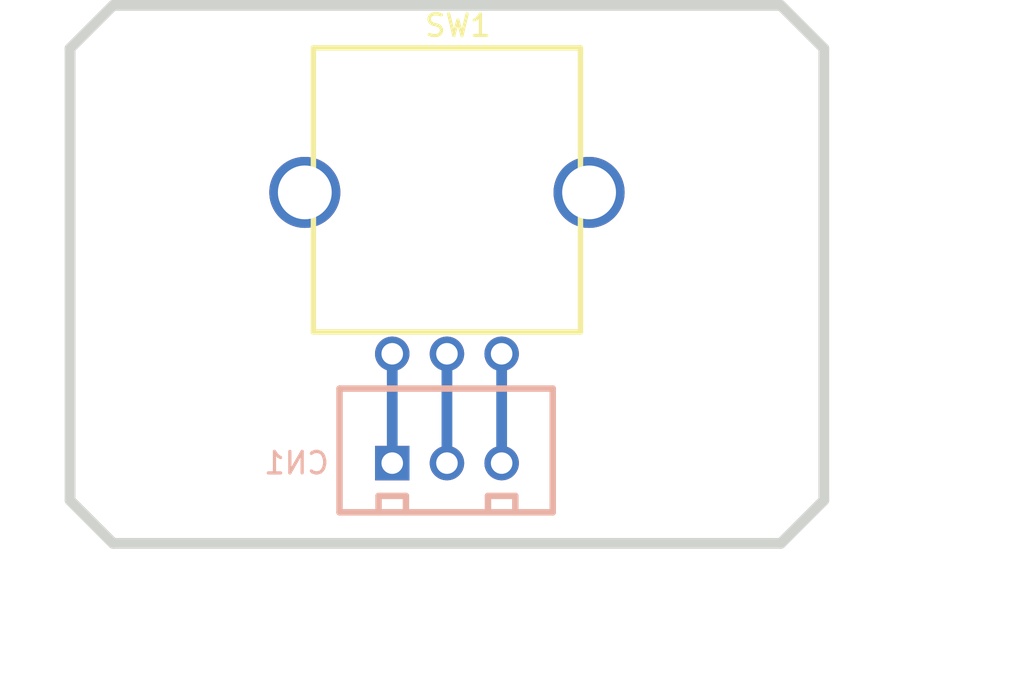
<source format=kicad_pcb>
(kicad_pcb (version 20171130) (host pcbnew "(5.1.10)-1")

  (general
    (thickness 1.6)
    (drawings 11)
    (tracks 3)
    (zones 0)
    (modules 4)
    (nets 4)
  )

  (page A4)
  (layers
    (0 F.Cu signal)
    (31 B.Cu signal)
    (32 B.Adhes user)
    (33 F.Adhes user)
    (34 B.Paste user)
    (35 F.Paste user)
    (36 B.SilkS user)
    (37 F.SilkS user)
    (38 B.Mask user)
    (39 F.Mask user)
    (40 Dwgs.User user)
    (41 Cmts.User user)
    (42 Eco1.User user)
    (43 Eco2.User user)
    (44 Edge.Cuts user)
    (45 Margin user)
    (46 B.CrtYd user)
    (47 F.CrtYd user)
    (48 B.Fab user)
    (49 F.Fab user)
  )

  (setup
    (last_trace_width 1)
    (user_trace_width 0.5)
    (user_trace_width 1)
    (trace_clearance 0.2)
    (zone_clearance 0.508)
    (zone_45_only no)
    (trace_min 0.2)
    (via_size 0.8)
    (via_drill 0.4)
    (via_min_size 0.4)
    (via_min_drill 0.3)
    (uvia_size 0.3)
    (uvia_drill 0.1)
    (uvias_allowed no)
    (uvia_min_size 0.2)
    (uvia_min_drill 0.1)
    (edge_width 0.05)
    (segment_width 0.2)
    (pcb_text_width 0.3)
    (pcb_text_size 1.5 1.5)
    (mod_edge_width 0.12)
    (mod_text_size 1 1)
    (mod_text_width 0.15)
    (pad_size 1.524 1.524)
    (pad_drill 0.762)
    (pad_to_mask_clearance 0)
    (aux_axis_origin 0 0)
    (visible_elements FFFFFF7F)
    (pcbplotparams
      (layerselection 0x010fc_ffffffff)
      (usegerberextensions false)
      (usegerberattributes true)
      (usegerberadvancedattributes true)
      (creategerberjobfile true)
      (excludeedgelayer true)
      (linewidth 0.100000)
      (plotframeref false)
      (viasonmask false)
      (mode 1)
      (useauxorigin false)
      (hpglpennumber 1)
      (hpglpenspeed 20)
      (hpglpendiameter 15.000000)
      (psnegative false)
      (psa4output false)
      (plotreference true)
      (plotvalue true)
      (plotinvisibletext false)
      (padsonsilk false)
      (subtractmaskfromsilk false)
      (outputformat 1)
      (mirror false)
      (drillshape 1)
      (scaleselection 1)
      (outputdirectory ""))
  )

  (net 0 "")
  (net 1 "Net-(CN1-Pad2)")
  (net 2 "Net-(CN1-Pad1)")
  (net 3 "Net-(CN1-Pad3)")

  (net_class Default "This is the default net class."
    (clearance 0.2)
    (trace_width 0.25)
    (via_dia 0.8)
    (via_drill 0.4)
    (uvia_dia 0.3)
    (uvia_drill 0.1)
    (add_net "Net-(CN1-Pad1)")
    (add_net "Net-(CN1-Pad2)")
    (add_net "Net-(CN1-Pad3)")
  )

  (module MountingHole:MountingHole_3.5mm (layer F.Cu) (tedit 56D1B4CB) (tstamp 6214EE25)
    (at 184.785 73.145)
    (descr "Mounting Hole 3.5mm, no annular")
    (tags "mounting hole 3.5mm no annular")
    (attr virtual)
    (fp_text reference REF** (at 0 -4.5) (layer F.SilkS) hide
      (effects (font (size 1 1) (thickness 0.15)))
    )
    (fp_text value MountingHole_3.5mm (at 0 4.5) (layer F.Fab)
      (effects (font (size 1 1) (thickness 0.15)))
    )
    (fp_circle (center 0 0) (end 3.5 0) (layer Cmts.User) (width 0.15))
    (fp_circle (center 0 0) (end 3.75 0) (layer F.CrtYd) (width 0.05))
    (fp_text user %R (at 0.3 0) (layer F.Fab)
      (effects (font (size 1 1) (thickness 0.15)))
    )
    (pad 1 np_thru_hole circle (at 0 0) (size 3.5 3.5) (drill 3.5) (layers *.Cu *.Mask))
  )

  (module MountingHole:MountingHole_3.5mm (layer F.Cu) (tedit 56D1B4CB) (tstamp 6214EDB5)
    (at 159.385 73.145)
    (descr "Mounting Hole 3.5mm, no annular")
    (tags "mounting hole 3.5mm no annular")
    (attr virtual)
    (fp_text reference REF** (at 0 -4.5) (layer F.SilkS) hide
      (effects (font (size 1 1) (thickness 0.15)))
    )
    (fp_text value MountingHole_3.5mm (at 0 4.5) (layer F.Fab)
      (effects (font (size 1 1) (thickness 0.15)))
    )
    (fp_text user %R (at 0.3 0) (layer F.Fab)
      (effects (font (size 1 1) (thickness 0.15)))
    )
    (fp_circle (center 0 0) (end 3.5 0) (layer Cmts.User) (width 0.15))
    (fp_circle (center 0 0) (end 3.75 0) (layer F.CrtYd) (width 0.05))
    (pad 1 np_thru_hole circle (at 0 0) (size 3.5 3.5) (drill 3.5) (layers *.Cu *.Mask))
  )

  (module sw:RotaryEncoder (layer F.Cu) (tedit 62148AF5) (tstamp 6214EECA)
    (at 172.085 76.835)
    (path /62149C94)
    (fp_text reference SW1 (at 0.508 -15.248) (layer F.SilkS)
      (effects (font (size 1 1) (thickness 0.15)))
    )
    (fp_text value Rotary_Encoder (at 0.508 -16.248) (layer F.Fab) hide
      (effects (font (size 1 1) (thickness 0.15)))
    )
    (fp_line (start -6.2 -1.016) (end 6.2 -1.016) (layer F.SilkS) (width 0.25))
    (fp_line (start 6.2 -1.016) (end 6.2 -14.216) (layer F.SilkS) (width 0.25))
    (fp_line (start -6.2 -1.016) (end -6.2 -14.216) (layer F.SilkS) (width 0.25))
    (fp_line (start -6.2 -14.216) (end 6.2 -14.216) (layer F.SilkS) (width 0.25))
    (pad 5 thru_hole circle (at 6.6 -7.5) (size 3.3 3.3) (drill 2.5) (layers *.Cu *.Mask))
    (pad 4 thru_hole circle (at -6.6 -7.5) (size 3.3 3.3) (drill 2.5) (layers *.Cu *.Mask))
    (pad B thru_hole circle (at 2.54 0) (size 1.6 1.6) (drill 1) (layers *.Cu *.Mask)
      (net 3 "Net-(CN1-Pad3)"))
    (pad C thru_hole circle (at 0 0) (size 1.6 1.6) (drill 1) (layers *.Cu *.Mask)
      (net 1 "Net-(CN1-Pad2)"))
    (pad A thru_hole circle (at -2.54 0) (size 1.6 1.6) (drill 1) (layers *.Cu *.Mask)
      (net 2 "Net-(CN1-Pad1)"))
  )

  (module XH_connector:XH-3pins (layer B.Cu) (tedit 60CC4462) (tstamp 621485E8)
    (at 172.085 81.915 270)
    (path /621492F0)
    (fp_text reference CN1 (at 0 6.985) (layer B.SilkS)
      (effects (font (size 1 1) (thickness 0.15)) (justify mirror))
    )
    (fp_text value B3B-XH-A (at -0.127 -6.096 270) (layer B.Fab) hide
      (effects (font (size 1 1) (thickness 0.15)) (justify mirror))
    )
    (fp_line (start -3.464 4.987) (end -3.464 -4.913) (layer B.SilkS) (width 0.3))
    (fp_line (start 2.286 4.987) (end 2.286 -4.913) (layer B.SilkS) (width 0.3))
    (fp_line (start -3.464 -4.913) (end 2.286 -4.913) (layer B.SilkS) (width 0.3))
    (fp_line (start 2.286 3.175) (end 1.524 3.175) (layer B.SilkS) (width 0.3))
    (fp_line (start 1.524 3.175) (end 1.524 1.905) (layer B.SilkS) (width 0.3))
    (fp_line (start 1.524 -1.905) (end 1.524 -3.175) (layer B.SilkS) (width 0.3))
    (fp_line (start -3.464 4.987) (end 2.286 4.987) (layer B.SilkS) (width 0.3))
    (fp_line (start 1.524 -3.175) (end 2.286 -3.175) (layer B.SilkS) (width 0.3))
    (fp_line (start 1.524 1.905) (end 2.286 1.905) (layer B.SilkS) (width 0.3))
    (fp_line (start 2.286 -1.905) (end 1.524 -1.905) (layer B.SilkS) (width 0.3))
    (pad 2 thru_hole circle (at 0 0 270) (size 1.6 1.6) (drill 1) (layers *.Cu *.Mask)
      (net 1 "Net-(CN1-Pad2)"))
    (pad 1 thru_hole rect (at 0 2.54 270) (size 1.6 1.6) (drill 1) (layers *.Cu *.Mask)
      (net 2 "Net-(CN1-Pad1)"))
    (pad 3 thru_hole circle (at 0 -2.54 270) (size 1.6 1.6) (drill 1) (layers *.Cu *.Mask)
      (net 3 "Net-(CN1-Pad3)"))
  )

  (dimension 12.5 (width 0.15) (layer Dwgs.User)
    (gr_text "12.500 mm" (at 193.705 66.895 90) (layer Dwgs.User)
      (effects (font (size 1 1) (thickness 0.15)))
    )
    (feature1 (pts (xy 184.785 60.645) (xy 192.991421 60.645)))
    (feature2 (pts (xy 184.785 73.145) (xy 192.991421 73.145)))
    (crossbar (pts (xy 192.405 73.145) (xy 192.405 60.645)))
    (arrow1a (pts (xy 192.405 60.645) (xy 192.991421 61.771504)))
    (arrow1b (pts (xy 192.405 60.645) (xy 191.818579 61.771504)))
    (arrow2a (pts (xy 192.405 73.145) (xy 192.991421 72.018496)))
    (arrow2b (pts (xy 192.405 73.145) (xy 191.818579 72.018496)))
  )
  (dimension 35 (width 0.15) (layer Dwgs.User)
    (gr_text "35.000 mm" (at 172.085 93.375) (layer Dwgs.User)
      (effects (font (size 1 1) (thickness 0.15)))
    )
    (feature1 (pts (xy 189.585 83.645) (xy 189.585 92.661421)))
    (feature2 (pts (xy 154.585 83.645) (xy 154.585 92.661421)))
    (crossbar (pts (xy 154.585 92.075) (xy 189.585 92.075)))
    (arrow1a (pts (xy 189.585 92.075) (xy 188.458496 92.661421)))
    (arrow1b (pts (xy 189.585 92.075) (xy 188.458496 91.488579)))
    (arrow2a (pts (xy 154.585 92.075) (xy 155.711504 92.661421)))
    (arrow2b (pts (xy 154.585 92.075) (xy 155.711504 91.488579)))
  )
  (dimension 25 (width 0.15) (layer Dwgs.User)
    (gr_text "25.000 mm" (at 197.515 73.145 270) (layer Dwgs.User)
      (effects (font (size 1 1) (thickness 0.15)))
    )
    (feature1 (pts (xy 187.585 85.645) (xy 196.801421 85.645)))
    (feature2 (pts (xy 187.585 60.645) (xy 196.801421 60.645)))
    (crossbar (pts (xy 196.215 60.645) (xy 196.215 85.645)))
    (arrow1a (pts (xy 196.215 85.645) (xy 195.628579 84.518496)))
    (arrow1b (pts (xy 196.215 85.645) (xy 196.801421 84.518496)))
    (arrow2a (pts (xy 196.215 60.645) (xy 195.628579 61.771504)))
    (arrow2b (pts (xy 196.215 60.645) (xy 196.801421 61.771504)))
  )
  (gr_line (start 187.585 85.645) (end 189.585 83.645) (layer Edge.Cuts) (width 0.5) (tstamp 6214EFE5))
  (gr_line (start 154.585 83.645) (end 156.585 85.645) (layer Edge.Cuts) (width 0.5) (tstamp 6214EFE5))
  (gr_line (start 154.585 62.645) (end 156.585 60.645) (layer Edge.Cuts) (width 0.5) (tstamp 6214EFE5))
  (gr_line (start 187.585 60.645) (end 189.585 62.645) (layer Edge.Cuts) (width 0.5) (tstamp 6214EFE2))
  (gr_line (start 189.585 83.645) (end 189.585 62.645) (layer Edge.Cuts) (width 0.5) (tstamp 6214EFD2))
  (gr_line (start 187.585 60.645) (end 156.585 60.645) (layer Edge.Cuts) (width 0.5) (tstamp 6214EF02))
  (gr_line (start 154.585 83.645) (end 154.585 62.645) (layer Edge.Cuts) (width 0.5))
  (gr_line (start 187.585 85.645) (end 156.585 85.645) (layer Edge.Cuts) (width 0.5))

  (segment (start 172.085 76.835) (end 172.085 81.915) (width 0.5) (layer B.Cu) (net 1))
  (segment (start 169.545 76.835) (end 169.545 81.915) (width 0.5) (layer B.Cu) (net 2))
  (segment (start 174.625 76.835) (end 174.625 81.915) (width 0.5) (layer B.Cu) (net 3))

)

</source>
